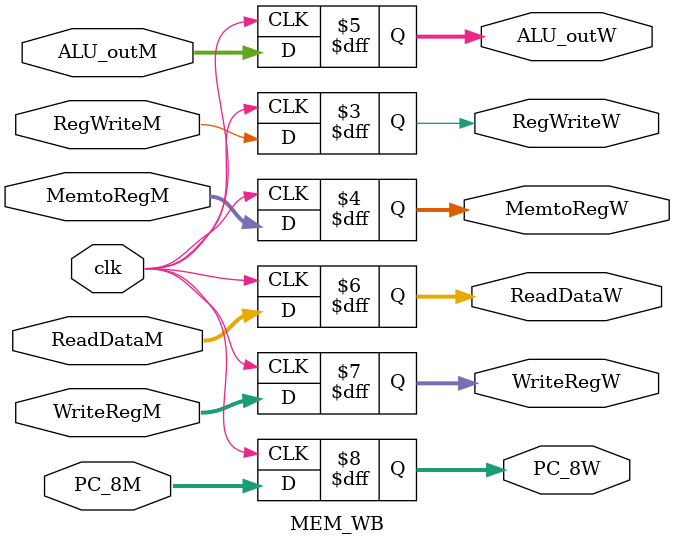
<source format=v>
`timescale 1ns / 1ps
module MEM_WB(clk,RegWriteM,MemtoRegM,ReadDataM,ALU_outM,WriteRegM,
						RegWriteW,MemtoRegW,ReadDataW,ALU_outW,WriteRegW,
						PC_8M,PC_8W
    );
	input clk;
	input RegWriteM;
	input [1:0] MemtoRegM;
	input [31:0] ALU_outM,ReadDataM;
	input [4:0] WriteRegM;
	input [31:0] PC_8M;
	output RegWriteW;
	output [1:0] MemtoRegW;
	output [31:0] ALU_outW,ReadDataW;
	output [4:0] WriteRegW;
	output [31:0] PC_8W;
	reg RegWriteW;
	reg [1:0] MemtoRegW;
	reg [31:0] ALU_outW,ReadDataW;
	reg [4:0] WriteRegW;
	reg [31:0] PC_8W;
	
	initial begin
		WriteRegW=0;
	end
	
	always@(posedge clk)
	begin
		RegWriteW<=RegWriteM;
		MemtoRegW<=MemtoRegM;
		ReadDataW<=ReadDataM;
		ALU_outW<=ALU_outM;
		WriteRegW<=WriteRegM;
		PC_8W<=PC_8M;
	end
endmodule

</source>
